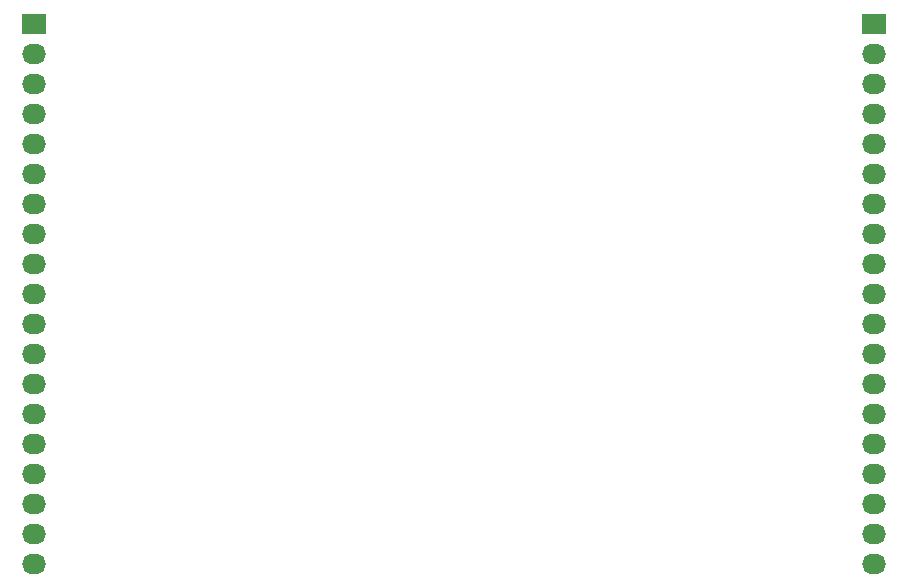
<source format=gbr>
G04 #@! TF.FileFunction,Copper,L1,Top,Signal*
%FSLAX46Y46*%
G04 Gerber Fmt 4.6, Leading zero omitted, Abs format (unit mm)*
G04 Created by KiCad (PCBNEW 4.0.3+e1-6302~38~ubuntu16.04.1-stable) date Thu Aug 25 17:16:29 2016*
%MOMM*%
%LPD*%
G01*
G04 APERTURE LIST*
%ADD10C,0.100000*%
%ADD11R,2.032000X1.727200*%
%ADD12O,2.032000X1.727200*%
G04 APERTURE END LIST*
D10*
D11*
X107950000Y-105410000D03*
D12*
X107950000Y-107950000D03*
X107950000Y-110490000D03*
X107950000Y-113030000D03*
X107950000Y-115570000D03*
X107950000Y-118110000D03*
X107950000Y-120650000D03*
X107950000Y-123190000D03*
X107950000Y-125730000D03*
X107950000Y-128270000D03*
X107950000Y-130810000D03*
X107950000Y-133350000D03*
X107950000Y-135890000D03*
X107950000Y-138430000D03*
X107950000Y-140970000D03*
X107950000Y-143510000D03*
X107950000Y-146050000D03*
X107950000Y-148590000D03*
X107950000Y-151130000D03*
D11*
X179070000Y-105410000D03*
D12*
X179070000Y-107950000D03*
X179070000Y-110490000D03*
X179070000Y-113030000D03*
X179070000Y-115570000D03*
X179070000Y-118110000D03*
X179070000Y-120650000D03*
X179070000Y-123190000D03*
X179070000Y-125730000D03*
X179070000Y-128270000D03*
X179070000Y-130810000D03*
X179070000Y-133350000D03*
X179070000Y-135890000D03*
X179070000Y-138430000D03*
X179070000Y-140970000D03*
X179070000Y-143510000D03*
X179070000Y-146050000D03*
X179070000Y-148590000D03*
X179070000Y-151130000D03*
M02*

</source>
